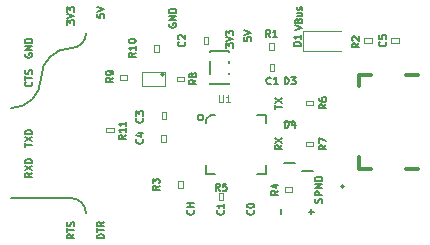
<source format=gto>
%TF.GenerationSoftware,KiCad,Pcbnew,4.0.6*%
%TF.CreationDate,2017-10-08T18:55:20-04:00*%
%TF.ProjectId,USB-UART,5553422D554152542E6B696361645F70,rev?*%
%TF.FileFunction,Legend,Top*%
%FSLAX46Y46*%
G04 Gerber Fmt 4.6, Leading zero omitted, Abs format (unit mm)*
G04 Created by KiCad (PCBNEW 4.0.6) date 10/08/17 18:55:20*
%MOMM*%
%LPD*%
G01*
G04 APERTURE LIST*
%ADD10C,0.127000*%
%ADD11C,0.066040*%
%ADD12C,0.120000*%
%ADD13C,0.304800*%
%ADD14C,0.152400*%
%ADD15C,0.101600*%
%ADD16C,0.050800*%
G04 APERTURE END LIST*
D10*
X167894000Y-113284000D02*
G75*
G03X167894000Y-113284000I-127000J0D01*
G01*
X165142857Y-115681143D02*
X165142857Y-115224000D01*
X165371429Y-115452571D02*
X164914286Y-115452571D01*
X162602857Y-115681143D02*
X162602857Y-115224000D01*
X160234286Y-115338286D02*
X160262857Y-115366857D01*
X160291429Y-115452571D01*
X160291429Y-115509714D01*
X160262857Y-115595429D01*
X160205714Y-115652571D01*
X160148571Y-115681143D01*
X160034286Y-115709714D01*
X159948571Y-115709714D01*
X159834286Y-115681143D01*
X159777143Y-115652571D01*
X159720000Y-115595429D01*
X159691429Y-115509714D01*
X159691429Y-115452571D01*
X159720000Y-115366857D01*
X159748571Y-115338286D01*
X159691429Y-114966857D02*
X159691429Y-114909714D01*
X159720000Y-114852571D01*
X159748571Y-114824000D01*
X159805714Y-114795429D01*
X159920000Y-114766857D01*
X160062857Y-114766857D01*
X160177143Y-114795429D01*
X160234286Y-114824000D01*
X160262857Y-114852571D01*
X160291429Y-114909714D01*
X160291429Y-114966857D01*
X160262857Y-115024000D01*
X160234286Y-115052571D01*
X160177143Y-115081143D01*
X160062857Y-115109714D01*
X159920000Y-115109714D01*
X159805714Y-115081143D01*
X159748571Y-115052571D01*
X159720000Y-115024000D01*
X159691429Y-114966857D01*
X157694286Y-115338286D02*
X157722857Y-115366857D01*
X157751429Y-115452571D01*
X157751429Y-115509714D01*
X157722857Y-115595429D01*
X157665714Y-115652571D01*
X157608571Y-115681143D01*
X157494286Y-115709714D01*
X157408571Y-115709714D01*
X157294286Y-115681143D01*
X157237143Y-115652571D01*
X157180000Y-115595429D01*
X157151429Y-115509714D01*
X157151429Y-115452571D01*
X157180000Y-115366857D01*
X157208571Y-115338286D01*
X157751429Y-114766857D02*
X157751429Y-115109714D01*
X157751429Y-114938286D02*
X157151429Y-114938286D01*
X157237143Y-114995429D01*
X157294286Y-115052571D01*
X157322857Y-115109714D01*
X155154286Y-115338286D02*
X155182857Y-115366857D01*
X155211429Y-115452571D01*
X155211429Y-115509714D01*
X155182857Y-115595429D01*
X155125714Y-115652571D01*
X155068571Y-115681143D01*
X154954286Y-115709714D01*
X154868571Y-115709714D01*
X154754286Y-115681143D01*
X154697143Y-115652571D01*
X154640000Y-115595429D01*
X154611429Y-115509714D01*
X154611429Y-115452571D01*
X154640000Y-115366857D01*
X154668571Y-115338286D01*
X155211429Y-115081143D02*
X154611429Y-115081143D01*
X154897143Y-115081143D02*
X154897143Y-114738286D01*
X155211429Y-114738286D02*
X154611429Y-114738286D01*
X157913429Y-101580858D02*
X157913429Y-101209429D01*
X158142000Y-101409429D01*
X158142000Y-101323715D01*
X158170571Y-101266572D01*
X158199143Y-101238001D01*
X158256286Y-101209429D01*
X158399143Y-101209429D01*
X158456286Y-101238001D01*
X158484857Y-101266572D01*
X158513429Y-101323715D01*
X158513429Y-101495143D01*
X158484857Y-101552286D01*
X158456286Y-101580858D01*
X157913429Y-101038000D02*
X158513429Y-100838000D01*
X157913429Y-100638000D01*
X157913429Y-100495143D02*
X157913429Y-100123714D01*
X158142000Y-100323714D01*
X158142000Y-100238000D01*
X158170571Y-100180857D01*
X158199143Y-100152286D01*
X158256286Y-100123714D01*
X158399143Y-100123714D01*
X158456286Y-100152286D01*
X158484857Y-100180857D01*
X158513429Y-100238000D01*
X158513429Y-100409428D01*
X158484857Y-100466571D01*
X158456286Y-100495143D01*
X159437429Y-100698286D02*
X159437429Y-100984000D01*
X159723143Y-101012571D01*
X159694571Y-100984000D01*
X159666000Y-100926857D01*
X159666000Y-100784000D01*
X159694571Y-100726857D01*
X159723143Y-100698286D01*
X159780286Y-100669714D01*
X159923143Y-100669714D01*
X159980286Y-100698286D01*
X160008857Y-100726857D01*
X160037429Y-100784000D01*
X160037429Y-100926857D01*
X160008857Y-100984000D01*
X159980286Y-101012571D01*
X159437429Y-100498285D02*
X160037429Y-100298285D01*
X159437429Y-100098285D01*
X163755429Y-100074285D02*
X164355429Y-99874285D01*
X163755429Y-99674285D01*
X164041143Y-99274285D02*
X164069714Y-99188571D01*
X164098286Y-99159999D01*
X164155429Y-99131428D01*
X164241143Y-99131428D01*
X164298286Y-99159999D01*
X164326857Y-99188571D01*
X164355429Y-99245713D01*
X164355429Y-99474285D01*
X163755429Y-99474285D01*
X163755429Y-99274285D01*
X163784000Y-99217142D01*
X163812571Y-99188571D01*
X163869714Y-99159999D01*
X163926857Y-99159999D01*
X163984000Y-99188571D01*
X164012571Y-99217142D01*
X164041143Y-99274285D01*
X164041143Y-99474285D01*
X163955429Y-98617142D02*
X164355429Y-98617142D01*
X163955429Y-98874285D02*
X164269714Y-98874285D01*
X164326857Y-98845713D01*
X164355429Y-98788571D01*
X164355429Y-98702856D01*
X164326857Y-98645713D01*
X164298286Y-98617142D01*
X164326857Y-98359999D02*
X164355429Y-98302856D01*
X164355429Y-98188571D01*
X164326857Y-98131428D01*
X164269714Y-98102856D01*
X164241143Y-98102856D01*
X164184000Y-98131428D01*
X164155429Y-98188571D01*
X164155429Y-98274285D01*
X164126857Y-98331428D01*
X164069714Y-98359999D01*
X164041143Y-98359999D01*
X163984000Y-98331428D01*
X163955429Y-98274285D01*
X163955429Y-98188571D01*
X163984000Y-98131428D01*
X153116000Y-99517142D02*
X153087429Y-99574285D01*
X153087429Y-99659999D01*
X153116000Y-99745714D01*
X153173143Y-99802856D01*
X153230286Y-99831428D01*
X153344571Y-99859999D01*
X153430286Y-99859999D01*
X153544571Y-99831428D01*
X153601714Y-99802856D01*
X153658857Y-99745714D01*
X153687429Y-99659999D01*
X153687429Y-99602856D01*
X153658857Y-99517142D01*
X153630286Y-99488571D01*
X153430286Y-99488571D01*
X153430286Y-99602856D01*
X153687429Y-99231428D02*
X153087429Y-99231428D01*
X153687429Y-98888571D01*
X153087429Y-98888571D01*
X153687429Y-98602857D02*
X153087429Y-98602857D01*
X153087429Y-98460000D01*
X153116000Y-98374285D01*
X153173143Y-98317143D01*
X153230286Y-98288571D01*
X153344571Y-98260000D01*
X153430286Y-98260000D01*
X153544571Y-98288571D01*
X153601714Y-98317143D01*
X153658857Y-98374285D01*
X153687429Y-98460000D01*
X153687429Y-98602857D01*
X140924000Y-102057142D02*
X140895429Y-102114285D01*
X140895429Y-102199999D01*
X140924000Y-102285714D01*
X140981143Y-102342856D01*
X141038286Y-102371428D01*
X141152571Y-102399999D01*
X141238286Y-102399999D01*
X141352571Y-102371428D01*
X141409714Y-102342856D01*
X141466857Y-102285714D01*
X141495429Y-102199999D01*
X141495429Y-102142856D01*
X141466857Y-102057142D01*
X141438286Y-102028571D01*
X141238286Y-102028571D01*
X141238286Y-102142856D01*
X141495429Y-101771428D02*
X140895429Y-101771428D01*
X141495429Y-101428571D01*
X140895429Y-101428571D01*
X141495429Y-101142857D02*
X140895429Y-101142857D01*
X140895429Y-101000000D01*
X140924000Y-100914285D01*
X140981143Y-100857143D01*
X141038286Y-100828571D01*
X141152571Y-100800000D01*
X141238286Y-100800000D01*
X141352571Y-100828571D01*
X141409714Y-100857143D01*
X141466857Y-100914285D01*
X141495429Y-101000000D01*
X141495429Y-101142857D01*
X141438286Y-104468572D02*
X141466857Y-104497143D01*
X141495429Y-104582857D01*
X141495429Y-104640000D01*
X141466857Y-104725715D01*
X141409714Y-104782857D01*
X141352571Y-104811429D01*
X141238286Y-104840000D01*
X141152571Y-104840000D01*
X141038286Y-104811429D01*
X140981143Y-104782857D01*
X140924000Y-104725715D01*
X140895429Y-104640000D01*
X140895429Y-104582857D01*
X140924000Y-104497143D01*
X140952571Y-104468572D01*
X140895429Y-104297143D02*
X140895429Y-103954286D01*
X141495429Y-104125715D02*
X140895429Y-104125715D01*
X141466857Y-103782857D02*
X141495429Y-103697143D01*
X141495429Y-103554286D01*
X141466857Y-103497143D01*
X141438286Y-103468572D01*
X141381143Y-103440000D01*
X141324000Y-103440000D01*
X141266857Y-103468572D01*
X141238286Y-103497143D01*
X141209714Y-103554286D01*
X141181143Y-103668572D01*
X141152571Y-103725714D01*
X141124000Y-103754286D01*
X141066857Y-103782857D01*
X141009714Y-103782857D01*
X140952571Y-103754286D01*
X140924000Y-103725714D01*
X140895429Y-103668572D01*
X140895429Y-103525714D01*
X140924000Y-103440000D01*
X140895429Y-109977143D02*
X140895429Y-109634286D01*
X141495429Y-109805715D02*
X140895429Y-109805715D01*
X140895429Y-109491429D02*
X141495429Y-109091429D01*
X140895429Y-109091429D02*
X141495429Y-109491429D01*
X141495429Y-108862857D02*
X140895429Y-108862857D01*
X140895429Y-108720000D01*
X140924000Y-108634285D01*
X140981143Y-108577143D01*
X141038286Y-108548571D01*
X141152571Y-108520000D01*
X141238286Y-108520000D01*
X141352571Y-108548571D01*
X141409714Y-108577143D01*
X141466857Y-108634285D01*
X141495429Y-108720000D01*
X141495429Y-108862857D01*
X141495429Y-112160000D02*
X141209714Y-112360000D01*
X141495429Y-112502857D02*
X140895429Y-112502857D01*
X140895429Y-112274285D01*
X140924000Y-112217143D01*
X140952571Y-112188571D01*
X141009714Y-112160000D01*
X141095429Y-112160000D01*
X141152571Y-112188571D01*
X141181143Y-112217143D01*
X141209714Y-112274285D01*
X141209714Y-112502857D01*
X140895429Y-111960000D02*
X141495429Y-111560000D01*
X140895429Y-111560000D02*
X141495429Y-111960000D01*
X141495429Y-111331428D02*
X140895429Y-111331428D01*
X140895429Y-111188571D01*
X140924000Y-111102856D01*
X140981143Y-111045714D01*
X141038286Y-111017142D01*
X141152571Y-110988571D01*
X141238286Y-110988571D01*
X141352571Y-111017142D01*
X141409714Y-111045714D01*
X141466857Y-111102856D01*
X141495429Y-111188571D01*
X141495429Y-111331428D01*
X146991429Y-98701144D02*
X146991429Y-98986858D01*
X147277143Y-99015429D01*
X147248571Y-98986858D01*
X147220000Y-98929715D01*
X147220000Y-98786858D01*
X147248571Y-98729715D01*
X147277143Y-98701144D01*
X147334286Y-98672572D01*
X147477143Y-98672572D01*
X147534286Y-98701144D01*
X147562857Y-98729715D01*
X147591429Y-98786858D01*
X147591429Y-98929715D01*
X147562857Y-98986858D01*
X147534286Y-99015429D01*
X146991429Y-98501143D02*
X147591429Y-98301143D01*
X146991429Y-98101143D01*
X144451429Y-99615430D02*
X144451429Y-99244001D01*
X144680000Y-99444001D01*
X144680000Y-99358287D01*
X144708571Y-99301144D01*
X144737143Y-99272573D01*
X144794286Y-99244001D01*
X144937143Y-99244001D01*
X144994286Y-99272573D01*
X145022857Y-99301144D01*
X145051429Y-99358287D01*
X145051429Y-99529715D01*
X145022857Y-99586858D01*
X144994286Y-99615430D01*
X144451429Y-99072572D02*
X145051429Y-98872572D01*
X144451429Y-98672572D01*
X144451429Y-98529715D02*
X144451429Y-98158286D01*
X144680000Y-98358286D01*
X144680000Y-98272572D01*
X144708571Y-98215429D01*
X144737143Y-98186858D01*
X144794286Y-98158286D01*
X144937143Y-98158286D01*
X144994286Y-98186858D01*
X145022857Y-98215429D01*
X145051429Y-98272572D01*
X145051429Y-98444000D01*
X145022857Y-98501143D01*
X144994286Y-98529715D01*
X144780000Y-114300000D02*
X139700000Y-114300000D01*
X146050000Y-115570000D02*
G75*
G03X144780000Y-114300000I-1270000J0D01*
G01*
X144780000Y-101600000D02*
G75*
G03X146050000Y-100330000I0J1270000D01*
G01*
X144780000Y-101600000D02*
G75*
G03X142240000Y-104140000I0J-2540000D01*
G01*
X139700000Y-106680000D02*
G75*
G03X142240000Y-104140000I0J2540000D01*
G01*
X147591429Y-117713143D02*
X146991429Y-117713143D01*
X146991429Y-117570286D01*
X147020000Y-117484571D01*
X147077143Y-117427429D01*
X147134286Y-117398857D01*
X147248571Y-117370286D01*
X147334286Y-117370286D01*
X147448571Y-117398857D01*
X147505714Y-117427429D01*
X147562857Y-117484571D01*
X147591429Y-117570286D01*
X147591429Y-117713143D01*
X146991429Y-117198857D02*
X146991429Y-116856000D01*
X147591429Y-117027429D02*
X146991429Y-117027429D01*
X147591429Y-116313143D02*
X147305714Y-116513143D01*
X147591429Y-116656000D02*
X146991429Y-116656000D01*
X146991429Y-116427428D01*
X147020000Y-116370286D01*
X147048571Y-116341714D01*
X147105714Y-116313143D01*
X147191429Y-116313143D01*
X147248571Y-116341714D01*
X147277143Y-116370286D01*
X147305714Y-116427428D01*
X147305714Y-116656000D01*
X145051429Y-117370286D02*
X144765714Y-117570286D01*
X145051429Y-117713143D02*
X144451429Y-117713143D01*
X144451429Y-117484571D01*
X144480000Y-117427429D01*
X144508571Y-117398857D01*
X144565714Y-117370286D01*
X144651429Y-117370286D01*
X144708571Y-117398857D01*
X144737143Y-117427429D01*
X144765714Y-117484571D01*
X144765714Y-117713143D01*
X144451429Y-117198857D02*
X144451429Y-116856000D01*
X145051429Y-117027429D02*
X144451429Y-117027429D01*
X145022857Y-116684571D02*
X145051429Y-116598857D01*
X145051429Y-116456000D01*
X145022857Y-116398857D01*
X144994286Y-116370286D01*
X144937143Y-116341714D01*
X144880000Y-116341714D01*
X144822857Y-116370286D01*
X144794286Y-116398857D01*
X144765714Y-116456000D01*
X144737143Y-116570286D01*
X144708571Y-116627428D01*
X144680000Y-116656000D01*
X144622857Y-116684571D01*
X144565714Y-116684571D01*
X144508571Y-116656000D01*
X144480000Y-116627428D01*
X144451429Y-116570286D01*
X144451429Y-116427428D01*
X144480000Y-116341714D01*
D11*
X161599880Y-103550720D02*
X161996120Y-103550720D01*
X161996120Y-103550720D02*
X161996120Y-102951280D01*
X161599880Y-102951280D02*
X161996120Y-102951280D01*
X161599880Y-103550720D02*
X161599880Y-102951280D01*
X156408120Y-100665280D02*
X156011880Y-100665280D01*
X156011880Y-100665280D02*
X156011880Y-101264720D01*
X156408120Y-101264720D02*
X156011880Y-101264720D01*
X156408120Y-100665280D02*
X156408120Y-101264720D01*
X152455880Y-107614720D02*
X152852120Y-107614720D01*
X152852120Y-107614720D02*
X152852120Y-107015280D01*
X152455880Y-107015280D02*
X152852120Y-107015280D01*
X152455880Y-107614720D02*
X152455880Y-107015280D01*
X152415240Y-109519720D02*
X152811480Y-109519720D01*
X152811480Y-109519720D02*
X152811480Y-108920280D01*
X152415240Y-108920280D02*
X152811480Y-108920280D01*
X152415240Y-109519720D02*
X152415240Y-108920280D01*
X171912280Y-100766880D02*
X171912280Y-101163120D01*
X171912280Y-101163120D02*
X172511720Y-101163120D01*
X172511720Y-100766880D02*
X172511720Y-101163120D01*
X171912280Y-100766880D02*
X172511720Y-100766880D01*
D12*
X164450000Y-100115000D02*
X164450000Y-101815000D01*
X164450000Y-101815000D02*
X167600000Y-101815000D01*
X164450000Y-100115000D02*
X167600000Y-100115000D01*
D10*
X164356052Y-111991946D02*
X165306012Y-111991946D01*
X163784280Y-107873800D02*
X162834320Y-107873800D01*
X163784280Y-111315500D02*
X162834320Y-111315500D01*
D13*
X169161460Y-111828580D02*
X170141900Y-111828580D01*
X170141900Y-111828580D02*
X170141900Y-111833660D01*
X169141140Y-111833660D02*
X169141140Y-110835440D01*
X170141900Y-103837740D02*
X169141140Y-103837740D01*
X169141140Y-103837740D02*
X169141140Y-104835960D01*
X173139100Y-111833660D02*
X174139860Y-111833660D01*
X173139100Y-103837740D02*
X174139860Y-103837740D01*
D11*
X161559240Y-101772720D02*
X161955480Y-101772720D01*
X161955480Y-101772720D02*
X161955480Y-101173280D01*
X161559240Y-101173280D02*
X161955480Y-101173280D01*
X161559240Y-101772720D02*
X161559240Y-101173280D01*
X169626280Y-100766880D02*
X169626280Y-101163120D01*
X169626280Y-101163120D02*
X170225720Y-101163120D01*
X170225720Y-100766880D02*
X170225720Y-101163120D01*
X169626280Y-100766880D02*
X170225720Y-100766880D01*
X153852880Y-113456720D02*
X154249120Y-113456720D01*
X154249120Y-113456720D02*
X154249120Y-112857280D01*
X153852880Y-112857280D02*
X154249120Y-112857280D01*
X153852880Y-113456720D02*
X153852880Y-112857280D01*
X162867612Y-113381326D02*
X162867612Y-113777566D01*
X162867612Y-113777566D02*
X163467052Y-113777566D01*
X163467052Y-113381326D02*
X163467052Y-113777566D01*
X162867612Y-113381326D02*
X163467052Y-113381326D01*
X157678120Y-113873280D02*
X157281880Y-113873280D01*
X157281880Y-113873280D02*
X157281880Y-114472720D01*
X157678120Y-114472720D02*
X157281880Y-114472720D01*
X157678120Y-113873280D02*
X157678120Y-114472720D01*
X165272720Y-106456480D02*
X165272720Y-106060240D01*
X165272720Y-106060240D02*
X164673280Y-106060240D01*
X164673280Y-106456480D02*
X164673280Y-106060240D01*
X165272720Y-106456480D02*
X164673280Y-106456480D01*
X165272720Y-109926120D02*
X165272720Y-109529880D01*
X165272720Y-109529880D02*
X164673280Y-109529880D01*
X164673280Y-109926120D02*
X164673280Y-109529880D01*
X165272720Y-109926120D02*
X164673280Y-109926120D01*
D10*
X157002480Y-107228640D02*
X156603700Y-107228640D01*
X156603700Y-107228640D02*
X156250640Y-107581700D01*
X156250640Y-107581700D02*
X156250640Y-107980480D01*
X160497520Y-107228640D02*
X161249360Y-107228640D01*
X161249360Y-107228640D02*
X161249360Y-107980480D01*
X156250640Y-111475520D02*
X156250640Y-112227360D01*
X156250640Y-112227360D02*
X157002480Y-112227360D01*
X160497520Y-112227360D02*
X161249360Y-112227360D01*
X161249360Y-112227360D02*
X161249360Y-111475520D01*
X155999180Y-107480100D02*
G75*
G03X155999180Y-107480100I-248920J0D01*
G01*
D14*
X156568140Y-101831140D02*
X158137860Y-101831140D01*
X158137860Y-104670860D02*
X156568140Y-104670860D01*
X156568140Y-103771700D02*
X156568140Y-102730300D01*
X158137860Y-103677720D02*
X158137860Y-103771700D01*
X158137860Y-102730300D02*
X158137860Y-102824280D01*
X158137860Y-104576880D02*
X158137860Y-104670860D01*
X158137860Y-101831140D02*
X158137860Y-101925120D01*
X156568140Y-101925120D02*
X156568140Y-101831140D01*
X156568140Y-104670860D02*
X156568140Y-104576880D01*
D11*
X153751280Y-104012790D02*
X153751280Y-104409030D01*
X153751280Y-104409030D02*
X154350720Y-104409030D01*
X154350720Y-104012790D02*
X154350720Y-104409030D01*
X153751280Y-104012790D02*
X154350720Y-104012790D01*
X148925280Y-103885790D02*
X148925280Y-104282030D01*
X148925280Y-104282030D02*
X149524720Y-104282030D01*
X149524720Y-103885790D02*
X149524720Y-104282030D01*
X148925280Y-103885790D02*
X149524720Y-103885790D01*
X152232000Y-101371190D02*
X151835760Y-101371190D01*
X151835760Y-101371190D02*
X151835760Y-101970630D01*
X152232000Y-101970630D02*
X151835760Y-101970630D01*
X152232000Y-101371190D02*
X152232000Y-101970630D01*
X147782280Y-108346240D02*
X147782280Y-108742480D01*
X147782280Y-108742480D02*
X148381720Y-108742480D01*
X148381720Y-108346240D02*
X148381720Y-108742480D01*
X147782280Y-108346240D02*
X148381720Y-108346240D01*
D15*
X152729840Y-103636870D02*
X152729840Y-104784950D01*
X152729840Y-104784950D02*
X150829920Y-104784950D01*
X150829920Y-104784950D02*
X150829920Y-103636870D01*
X150829920Y-103636870D02*
X152729840Y-103636870D01*
D10*
X152630780Y-103837530D02*
G75*
G03X152630780Y-103837530I-101600J0D01*
G01*
X161696401Y-104611714D02*
X161667372Y-104640743D01*
X161580286Y-104669771D01*
X161522229Y-104669771D01*
X161435144Y-104640743D01*
X161377086Y-104582686D01*
X161348058Y-104524629D01*
X161319029Y-104408514D01*
X161319029Y-104321429D01*
X161348058Y-104205314D01*
X161377086Y-104147257D01*
X161435144Y-104089200D01*
X161522229Y-104060171D01*
X161580286Y-104060171D01*
X161667372Y-104089200D01*
X161696401Y-104118229D01*
X162276972Y-104669771D02*
X161928629Y-104669771D01*
X162102801Y-104669771D02*
X162102801Y-104060171D01*
X162044744Y-104147257D01*
X161986686Y-104205314D01*
X161928629Y-104234343D01*
X154395714Y-101066599D02*
X154424743Y-101095628D01*
X154453771Y-101182714D01*
X154453771Y-101240771D01*
X154424743Y-101327856D01*
X154366686Y-101385914D01*
X154308629Y-101414942D01*
X154192514Y-101443971D01*
X154105429Y-101443971D01*
X153989314Y-101414942D01*
X153931257Y-101385914D01*
X153873200Y-101327856D01*
X153844171Y-101240771D01*
X153844171Y-101182714D01*
X153873200Y-101095628D01*
X153902229Y-101066599D01*
X153902229Y-100834371D02*
X153873200Y-100805342D01*
X153844171Y-100747285D01*
X153844171Y-100602142D01*
X153873200Y-100544085D01*
X153902229Y-100515056D01*
X153960286Y-100486028D01*
X154018343Y-100486028D01*
X154105429Y-100515056D01*
X154453771Y-100863399D01*
X154453771Y-100486028D01*
X150839714Y-107543599D02*
X150868743Y-107572628D01*
X150897771Y-107659714D01*
X150897771Y-107717771D01*
X150868743Y-107804856D01*
X150810686Y-107862914D01*
X150752629Y-107891942D01*
X150636514Y-107920971D01*
X150549429Y-107920971D01*
X150433314Y-107891942D01*
X150375257Y-107862914D01*
X150317200Y-107804856D01*
X150288171Y-107717771D01*
X150288171Y-107659714D01*
X150317200Y-107572628D01*
X150346229Y-107543599D01*
X150288171Y-107340399D02*
X150288171Y-106963028D01*
X150520400Y-107166228D01*
X150520400Y-107079142D01*
X150549429Y-107021085D01*
X150578457Y-106992056D01*
X150636514Y-106963028D01*
X150781657Y-106963028D01*
X150839714Y-106992056D01*
X150868743Y-107021085D01*
X150897771Y-107079142D01*
X150897771Y-107253314D01*
X150868743Y-107311371D01*
X150839714Y-107340399D01*
X150839714Y-109321599D02*
X150868743Y-109350628D01*
X150897771Y-109437714D01*
X150897771Y-109495771D01*
X150868743Y-109582856D01*
X150810686Y-109640914D01*
X150752629Y-109669942D01*
X150636514Y-109698971D01*
X150549429Y-109698971D01*
X150433314Y-109669942D01*
X150375257Y-109640914D01*
X150317200Y-109582856D01*
X150288171Y-109495771D01*
X150288171Y-109437714D01*
X150317200Y-109350628D01*
X150346229Y-109321599D01*
X150491371Y-108799085D02*
X150897771Y-108799085D01*
X150259143Y-108944228D02*
X150694571Y-109089371D01*
X150694571Y-108711999D01*
X171413714Y-101066599D02*
X171442743Y-101095628D01*
X171471771Y-101182714D01*
X171471771Y-101240771D01*
X171442743Y-101327856D01*
X171384686Y-101385914D01*
X171326629Y-101414942D01*
X171210514Y-101443971D01*
X171123429Y-101443971D01*
X171007314Y-101414942D01*
X170949257Y-101385914D01*
X170891200Y-101327856D01*
X170862171Y-101240771D01*
X170862171Y-101182714D01*
X170891200Y-101095628D01*
X170920229Y-101066599D01*
X170862171Y-100515056D02*
X170862171Y-100805342D01*
X171152457Y-100834371D01*
X171123429Y-100805342D01*
X171094400Y-100747285D01*
X171094400Y-100602142D01*
X171123429Y-100544085D01*
X171152457Y-100515056D01*
X171210514Y-100486028D01*
X171355657Y-100486028D01*
X171413714Y-100515056D01*
X171442743Y-100544085D01*
X171471771Y-100602142D01*
X171471771Y-100747285D01*
X171442743Y-100805342D01*
X171413714Y-100834371D01*
X164232771Y-101414942D02*
X163623171Y-101414942D01*
X163623171Y-101269799D01*
X163652200Y-101182714D01*
X163710257Y-101124656D01*
X163768314Y-101095628D01*
X163884429Y-101066599D01*
X163971514Y-101066599D01*
X164087629Y-101095628D01*
X164145686Y-101124656D01*
X164203743Y-101182714D01*
X164232771Y-101269799D01*
X164232771Y-101414942D01*
X164232771Y-100486028D02*
X164232771Y-100834371D01*
X164232771Y-100660199D02*
X163623171Y-100660199D01*
X163710257Y-100718256D01*
X163768314Y-100776314D01*
X163797343Y-100834371D01*
X166017575Y-114682532D02*
X166046603Y-114595446D01*
X166046603Y-114450303D01*
X166017575Y-114392246D01*
X165988546Y-114363217D01*
X165930489Y-114334189D01*
X165872432Y-114334189D01*
X165814375Y-114363217D01*
X165785346Y-114392246D01*
X165756318Y-114450303D01*
X165727289Y-114566417D01*
X165698261Y-114624475D01*
X165669232Y-114653503D01*
X165611175Y-114682532D01*
X165553118Y-114682532D01*
X165495061Y-114653503D01*
X165466032Y-114624475D01*
X165437003Y-114566417D01*
X165437003Y-114421275D01*
X165466032Y-114334189D01*
X166046603Y-114072932D02*
X165437003Y-114072932D01*
X165437003Y-113840704D01*
X165466032Y-113782646D01*
X165495061Y-113753618D01*
X165553118Y-113724589D01*
X165640203Y-113724589D01*
X165698261Y-113753618D01*
X165727289Y-113782646D01*
X165756318Y-113840704D01*
X165756318Y-114072932D01*
X166046603Y-113463332D02*
X165437003Y-113463332D01*
X166046603Y-113114989D01*
X165437003Y-113114989D01*
X166046603Y-112824703D02*
X165437003Y-112824703D01*
X165437003Y-112679560D01*
X165466032Y-112592475D01*
X165524089Y-112534417D01*
X165582146Y-112505389D01*
X165698261Y-112476360D01*
X165785346Y-112476360D01*
X165901461Y-112505389D01*
X165959518Y-112534417D01*
X166017575Y-112592475D01*
X166046603Y-112679560D01*
X166046603Y-112824703D01*
X162872058Y-104669771D02*
X162872058Y-104060171D01*
X163017201Y-104060171D01*
X163104286Y-104089200D01*
X163162344Y-104147257D01*
X163191372Y-104205314D01*
X163220401Y-104321429D01*
X163220401Y-104408514D01*
X163191372Y-104524629D01*
X163162344Y-104582686D01*
X163104286Y-104640743D01*
X163017201Y-104669771D01*
X162872058Y-104669771D01*
X163423601Y-104060171D02*
X163800972Y-104060171D01*
X163597772Y-104292400D01*
X163684858Y-104292400D01*
X163742915Y-104321429D01*
X163771944Y-104350457D01*
X163800972Y-104408514D01*
X163800972Y-104553657D01*
X163771944Y-104611714D01*
X163742915Y-104640743D01*
X163684858Y-104669771D01*
X163510686Y-104669771D01*
X163452629Y-104640743D01*
X163423601Y-104611714D01*
X162035671Y-106750757D02*
X162035671Y-106402414D01*
X162645271Y-106576585D02*
X162035671Y-106576585D01*
X162035671Y-106257271D02*
X162645271Y-105850871D01*
X162035671Y-105850871D02*
X162645271Y-106257271D01*
X162872058Y-108352771D02*
X162872058Y-107743171D01*
X163017201Y-107743171D01*
X163104286Y-107772200D01*
X163162344Y-107830257D01*
X163191372Y-107888314D01*
X163220401Y-108004429D01*
X163220401Y-108091514D01*
X163191372Y-108207629D01*
X163162344Y-108265686D01*
X163104286Y-108323743D01*
X163017201Y-108352771D01*
X162872058Y-108352771D01*
X163742915Y-107946371D02*
X163742915Y-108352771D01*
X163597772Y-107714143D02*
X163452629Y-108149571D01*
X163830001Y-108149571D01*
X162645271Y-109829599D02*
X162354986Y-110032799D01*
X162645271Y-110177942D02*
X162035671Y-110177942D01*
X162035671Y-109945714D01*
X162064700Y-109887656D01*
X162093729Y-109858628D01*
X162151786Y-109829599D01*
X162238871Y-109829599D01*
X162296929Y-109858628D01*
X162325957Y-109887656D01*
X162354986Y-109945714D01*
X162354986Y-110177942D01*
X162035671Y-109626399D02*
X162645271Y-109219999D01*
X162035671Y-109219999D02*
X162645271Y-109626399D01*
X161655761Y-100681971D02*
X161452561Y-100391686D01*
X161307418Y-100681971D02*
X161307418Y-100072371D01*
X161539646Y-100072371D01*
X161597704Y-100101400D01*
X161626732Y-100130429D01*
X161655761Y-100188486D01*
X161655761Y-100275571D01*
X161626732Y-100333629D01*
X161597704Y-100362657D01*
X161539646Y-100391686D01*
X161307418Y-100391686D01*
X162236332Y-100681971D02*
X161887989Y-100681971D01*
X162062161Y-100681971D02*
X162062161Y-100072371D01*
X162004104Y-100159457D01*
X161946046Y-100217514D01*
X161887989Y-100246543D01*
X169185771Y-101193599D02*
X168895486Y-101396799D01*
X169185771Y-101541942D02*
X168576171Y-101541942D01*
X168576171Y-101309714D01*
X168605200Y-101251656D01*
X168634229Y-101222628D01*
X168692286Y-101193599D01*
X168779371Y-101193599D01*
X168837429Y-101222628D01*
X168866457Y-101251656D01*
X168895486Y-101309714D01*
X168895486Y-101541942D01*
X168634229Y-100961371D02*
X168605200Y-100932342D01*
X168576171Y-100874285D01*
X168576171Y-100729142D01*
X168605200Y-100671085D01*
X168634229Y-100642056D01*
X168692286Y-100613028D01*
X168750343Y-100613028D01*
X168837429Y-100642056D01*
X169185771Y-100990399D01*
X169185771Y-100613028D01*
X152294771Y-113258599D02*
X152004486Y-113461799D01*
X152294771Y-113606942D02*
X151685171Y-113606942D01*
X151685171Y-113374714D01*
X151714200Y-113316656D01*
X151743229Y-113287628D01*
X151801286Y-113258599D01*
X151888371Y-113258599D01*
X151946429Y-113287628D01*
X151975457Y-113316656D01*
X152004486Y-113374714D01*
X152004486Y-113606942D01*
X151685171Y-113055399D02*
X151685171Y-112678028D01*
X151917400Y-112881228D01*
X151917400Y-112794142D01*
X151946429Y-112736085D01*
X151975457Y-112707056D01*
X152033514Y-112678028D01*
X152178657Y-112678028D01*
X152236714Y-112707056D01*
X152265743Y-112736085D01*
X152294771Y-112794142D01*
X152294771Y-112968314D01*
X152265743Y-113026371D01*
X152236714Y-113055399D01*
X162327771Y-113681045D02*
X162037486Y-113884245D01*
X162327771Y-114029388D02*
X161718171Y-114029388D01*
X161718171Y-113797160D01*
X161747200Y-113739102D01*
X161776229Y-113710074D01*
X161834286Y-113681045D01*
X161921371Y-113681045D01*
X161979429Y-113710074D01*
X162008457Y-113739102D01*
X162037486Y-113797160D01*
X162037486Y-114029388D01*
X161921371Y-113158531D02*
X162327771Y-113158531D01*
X161689143Y-113303674D02*
X162124571Y-113448817D01*
X162124571Y-113071445D01*
X157378401Y-113686771D02*
X157175201Y-113396486D01*
X157030058Y-113686771D02*
X157030058Y-113077171D01*
X157262286Y-113077171D01*
X157320344Y-113106200D01*
X157349372Y-113135229D01*
X157378401Y-113193286D01*
X157378401Y-113280371D01*
X157349372Y-113338429D01*
X157320344Y-113367457D01*
X157262286Y-113396486D01*
X157030058Y-113396486D01*
X157929944Y-113077171D02*
X157639658Y-113077171D01*
X157610629Y-113367457D01*
X157639658Y-113338429D01*
X157697715Y-113309400D01*
X157842858Y-113309400D01*
X157900915Y-113338429D01*
X157929944Y-113367457D01*
X157958972Y-113425514D01*
X157958972Y-113570657D01*
X157929944Y-113628714D01*
X157900915Y-113657743D01*
X157842858Y-113686771D01*
X157697715Y-113686771D01*
X157639658Y-113657743D01*
X157610629Y-113628714D01*
X166391771Y-106359959D02*
X166101486Y-106563159D01*
X166391771Y-106708302D02*
X165782171Y-106708302D01*
X165782171Y-106476074D01*
X165811200Y-106418016D01*
X165840229Y-106388988D01*
X165898286Y-106359959D01*
X165985371Y-106359959D01*
X166043429Y-106388988D01*
X166072457Y-106418016D01*
X166101486Y-106476074D01*
X166101486Y-106708302D01*
X165782171Y-105837445D02*
X165782171Y-105953559D01*
X165811200Y-106011616D01*
X165840229Y-106040645D01*
X165927314Y-106098702D01*
X166043429Y-106127731D01*
X166275657Y-106127731D01*
X166333714Y-106098702D01*
X166362743Y-106069674D01*
X166391771Y-106011616D01*
X166391771Y-105895502D01*
X166362743Y-105837445D01*
X166333714Y-105808416D01*
X166275657Y-105779388D01*
X166130514Y-105779388D01*
X166072457Y-105808416D01*
X166043429Y-105837445D01*
X166014400Y-105895502D01*
X166014400Y-106011616D01*
X166043429Y-106069674D01*
X166072457Y-106098702D01*
X166130514Y-106127731D01*
X166391771Y-109829599D02*
X166101486Y-110032799D01*
X166391771Y-110177942D02*
X165782171Y-110177942D01*
X165782171Y-109945714D01*
X165811200Y-109887656D01*
X165840229Y-109858628D01*
X165898286Y-109829599D01*
X165985371Y-109829599D01*
X166043429Y-109858628D01*
X166072457Y-109887656D01*
X166101486Y-109945714D01*
X166101486Y-110177942D01*
X165782171Y-109626399D02*
X165782171Y-109219999D01*
X166391771Y-109481256D01*
D16*
X157310183Y-105591791D02*
X157310183Y-106085277D01*
X157339211Y-106143334D01*
X157368240Y-106172363D01*
X157426297Y-106201391D01*
X157542411Y-106201391D01*
X157600469Y-106172363D01*
X157629497Y-106143334D01*
X157658526Y-106085277D01*
X157658526Y-105591791D01*
X158268126Y-106201391D02*
X157919783Y-106201391D01*
X158093955Y-106201391D02*
X158093955Y-105591791D01*
X158035898Y-105678877D01*
X157977840Y-105736934D01*
X157919783Y-105765963D01*
D10*
X155393571Y-104312509D02*
X155103286Y-104515709D01*
X155393571Y-104660852D02*
X154783971Y-104660852D01*
X154783971Y-104428624D01*
X154813000Y-104370566D01*
X154842029Y-104341538D01*
X154900086Y-104312509D01*
X154987171Y-104312509D01*
X155045229Y-104341538D01*
X155074257Y-104370566D01*
X155103286Y-104428624D01*
X155103286Y-104660852D01*
X155045229Y-103964166D02*
X155016200Y-104022224D01*
X154987171Y-104051252D01*
X154929114Y-104080281D01*
X154900086Y-104080281D01*
X154842029Y-104051252D01*
X154813000Y-104022224D01*
X154783971Y-103964166D01*
X154783971Y-103848052D01*
X154813000Y-103789995D01*
X154842029Y-103760966D01*
X154900086Y-103731938D01*
X154929114Y-103731938D01*
X154987171Y-103760966D01*
X155016200Y-103789995D01*
X155045229Y-103848052D01*
X155045229Y-103964166D01*
X155074257Y-104022224D01*
X155103286Y-104051252D01*
X155161343Y-104080281D01*
X155277457Y-104080281D01*
X155335514Y-104051252D01*
X155364543Y-104022224D01*
X155393571Y-103964166D01*
X155393571Y-103848052D01*
X155364543Y-103789995D01*
X155335514Y-103760966D01*
X155277457Y-103731938D01*
X155161343Y-103731938D01*
X155103286Y-103760966D01*
X155074257Y-103789995D01*
X155045229Y-103848052D01*
X148357771Y-104114599D02*
X148067486Y-104317799D01*
X148357771Y-104462942D02*
X147748171Y-104462942D01*
X147748171Y-104230714D01*
X147777200Y-104172656D01*
X147806229Y-104143628D01*
X147864286Y-104114599D01*
X147951371Y-104114599D01*
X148009429Y-104143628D01*
X148038457Y-104172656D01*
X148067486Y-104230714D01*
X148067486Y-104462942D01*
X148357771Y-103824314D02*
X148357771Y-103708199D01*
X148328743Y-103650142D01*
X148299714Y-103621114D01*
X148212629Y-103563056D01*
X148096514Y-103534028D01*
X147864286Y-103534028D01*
X147806229Y-103563056D01*
X147777200Y-103592085D01*
X147748171Y-103650142D01*
X147748171Y-103766256D01*
X147777200Y-103824314D01*
X147806229Y-103853342D01*
X147864286Y-103882371D01*
X148009429Y-103882371D01*
X148067486Y-103853342D01*
X148096514Y-103824314D01*
X148125543Y-103766256D01*
X148125543Y-103650142D01*
X148096514Y-103592085D01*
X148067486Y-103563056D01*
X148009429Y-103534028D01*
X150262771Y-101991885D02*
X149972486Y-102195085D01*
X150262771Y-102340228D02*
X149653171Y-102340228D01*
X149653171Y-102108000D01*
X149682200Y-102049942D01*
X149711229Y-102020914D01*
X149769286Y-101991885D01*
X149856371Y-101991885D01*
X149914429Y-102020914D01*
X149943457Y-102049942D01*
X149972486Y-102108000D01*
X149972486Y-102340228D01*
X150262771Y-101411314D02*
X150262771Y-101759657D01*
X150262771Y-101585485D02*
X149653171Y-101585485D01*
X149740257Y-101643542D01*
X149798314Y-101701600D01*
X149827343Y-101759657D01*
X149653171Y-101033943D02*
X149653171Y-100975886D01*
X149682200Y-100917829D01*
X149711229Y-100888800D01*
X149769286Y-100859771D01*
X149885400Y-100830743D01*
X150030543Y-100830743D01*
X150146657Y-100859771D01*
X150204714Y-100888800D01*
X150233743Y-100917829D01*
X150262771Y-100975886D01*
X150262771Y-101033943D01*
X150233743Y-101092000D01*
X150204714Y-101121029D01*
X150146657Y-101150057D01*
X150030543Y-101179086D01*
X149885400Y-101179086D01*
X149769286Y-101150057D01*
X149711229Y-101121029D01*
X149682200Y-101092000D01*
X149653171Y-101033943D01*
X149424571Y-108976885D02*
X149134286Y-109180085D01*
X149424571Y-109325228D02*
X148814971Y-109325228D01*
X148814971Y-109093000D01*
X148844000Y-109034942D01*
X148873029Y-109005914D01*
X148931086Y-108976885D01*
X149018171Y-108976885D01*
X149076229Y-109005914D01*
X149105257Y-109034942D01*
X149134286Y-109093000D01*
X149134286Y-109325228D01*
X149424571Y-108396314D02*
X149424571Y-108744657D01*
X149424571Y-108570485D02*
X148814971Y-108570485D01*
X148902057Y-108628542D01*
X148960114Y-108686600D01*
X148989143Y-108744657D01*
X149424571Y-107815743D02*
X149424571Y-108164086D01*
X149424571Y-107989914D02*
X148814971Y-107989914D01*
X148902057Y-108047971D01*
X148960114Y-108106029D01*
X148989143Y-108164086D01*
M02*

</source>
